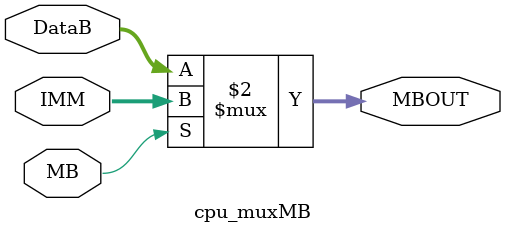
<source format=v>
module cpu_muxMB(DataB,IMM,MB,MBOUT);

input  [7:0] DataB;
input  [7:0] IMM;
input  	    MB;
output [7:0] MBOUT;

assign MBOUT = (MB == 1'b0) ? DataB : IMM;

endmodule


</source>
